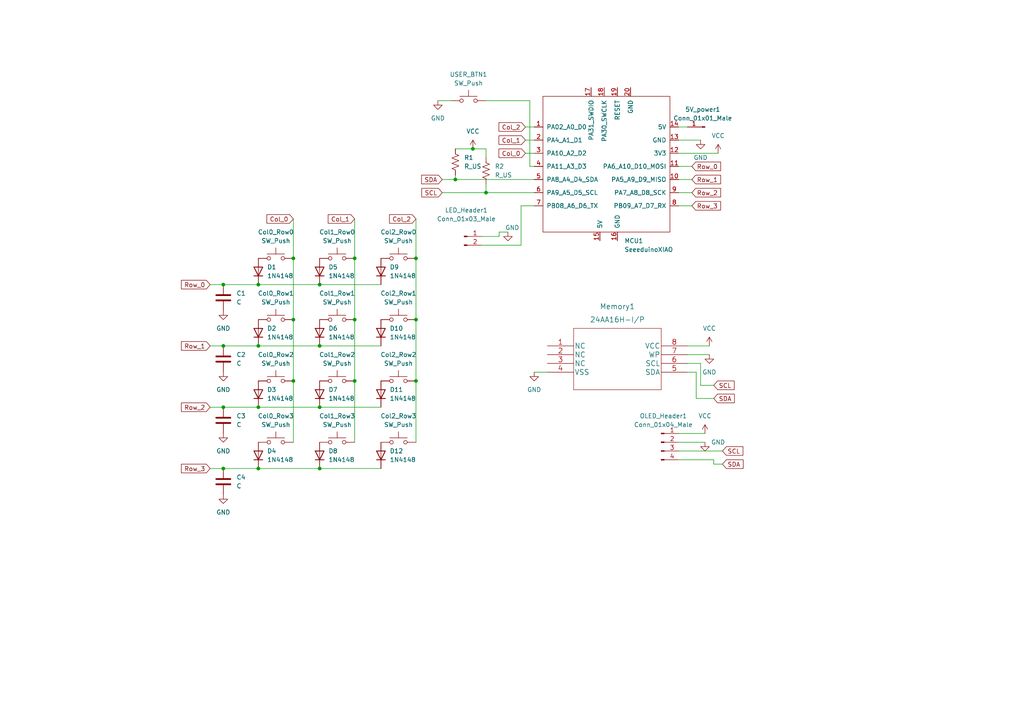
<source format=kicad_sch>
(kicad_sch (version 20211123) (generator eeschema)
  (paper "A4")
  (lib_symbols
    (symbol "Connector:Conn_01x01_Male" (pin_names (offset 1.016) hide)
      (property "Reference" "J" (at 0 2.54 0))
      (property "Value" "Conn_01x01_Male" (at 0 -2.54 0))
      (symbol "Conn_01x01_Male_1_1"
        (polyline (pts (xy 1.27 0) (xy 0.8636 0)) (stroke (width 0.1524)))
        (rectangle (start 0.8636 0.127) (end 0 -0.127) (stroke (width 0.1524)) (fill (type outline)))
        (pin passive line (at 5.08 0 180) (length 3.81) (name "Pin_1") (number "1"))
      )
    )
    (symbol "Connector:Conn_01x02_Male" (pin_names (offset 1.016) hide)
      (property "Reference" "J" (at 0 2.54 0))
      (property "Value" "Conn_01x02_Male" (at 0 -5.08 0))
      (symbol "Conn_01x02_Male_1_1"
        (polyline (pts (xy 1.27 -2.54) (xy 0.8636 -2.54)) (stroke (width 0.1524)))
        (polyline (pts (xy 1.27 0) (xy 0.8636 0)) (stroke (width 0.1524)))
        (rectangle (start 0.8636 -2.413) (end 0 -2.667) (stroke (width 0.1524)) (fill (type outline)))
        (rectangle (start 0.8636 0.127) (end 0 -0.127) (stroke (width 0.1524)) (fill (type outline)))
        (pin passive line (at 5.08 0 180) (length 3.81) (name "Pin_1") (number "1"))
        (pin passive line (at 5.08 -2.54 180) (length 3.81) (name "Pin_2") (number "2"))
      )
    )
    (symbol "Connector:Conn_01x04_Male" (pin_names (offset 1.016) hide)
      (property "Reference" "J" (at 0 5.08 0))
      (property "Value" "Conn_01x04_Male" (at 0 -7.62 0))
      (symbol "Conn_01x04_Male_1_1"
        (polyline (pts (xy 1.27 -5.08) (xy 0.8636 -5.08)) (stroke (width 0.1524)))
        (polyline (pts (xy 1.27 -2.54) (xy 0.8636 -2.54)) (stroke (width 0.1524)))
        (polyline (pts (xy 1.27 0) (xy 0.8636 0)) (stroke (width 0.1524)))
        (polyline (pts (xy 1.27 2.54) (xy 0.8636 2.54)) (stroke (width 0.1524)))
        (rectangle (start 0.8636 -4.953) (end 0 -5.207) (stroke (width 0.1524)) (fill (type outline)))
        (rectangle (start 0.8636 -2.413) (end 0 -2.667) (stroke (width 0.1524)) (fill (type outline)))
        (rectangle (start 0.8636 0.127) (end 0 -0.127) (stroke (width 0.1524)) (fill (type outline)))
        (rectangle (start 0.8636 2.667) (end 0 2.413) (stroke (width 0.1524)) (fill (type outline)))
        (pin passive line (at 5.08 2.54 180) (length 3.81) (name "Pin_1") (number "1"))
        (pin passive line (at 5.08 0 180) (length 3.81) (name "Pin_2") (number "2"))
        (pin passive line (at 5.08 -2.54 180) (length 3.81) (name "Pin_3") (number "3"))
        (pin passive line (at 5.08 -5.08 180) (length 3.81) (name "Pin_4") (number "4"))
      )
    )
    (symbol "Device:C" (pin_numbers hide) (pin_names (offset 0.254))
      (property "Reference" "C" (at 0.635 2.54 0))
      (property "Value" "C" (at 0.635 -2.54 0))
      (symbol "C_0_1"
        (polyline (pts (xy -2.032 -0.762) (xy 2.032 -0.762)) (stroke (width 0.508)))
        (polyline (pts (xy -2.032 0.762) (xy 2.032 0.762)) (stroke (width 0.508)))
      )
      (symbol "C_1_1"
        (pin passive line (at 0 3.81 270) (length 2.794) (name "~") (number "1"))
        (pin passive line (at 0 -3.81 90) (length 2.794) (name "~") (number "2"))
      )
    )
    (symbol "Device:R_US" (pin_numbers hide) (pin_names (offset 0))
      (property "Reference" "R" (at 2.54 0 90))
      (property "Value" "R_US" (at -2.54 0 90))
      (symbol "R_US_0_1"
        (polyline (pts (xy 0 -2.286) (xy 0 -2.54)))
        (polyline (pts (xy 0 2.286) (xy 0 2.54)))
        (polyline (pts (xy 0 -0.762) (xy 1.016 -1.143) (xy 0 -1.524) (xy -1.016 -1.905) (xy 0 -2.286)))
        (polyline (pts (xy 0 0.762) (xy 1.016 0.381) (xy 0 0) (xy -1.016 -0.381) (xy 0 -0.762)))
        (polyline (pts (xy 0 2.286) (xy 1.016 1.905) (xy 0 1.524) (xy -1.016 1.143) (xy 0 0.762)))
      )
      (symbol "R_US_1_1"
        (pin passive line (at 0 3.81 270) (length 1.27) (name "~") (number "1"))
        (pin passive line (at 0 -3.81 90) (length 1.27) (name "~") (number "2"))
      )
    )
    (symbol "Diode:1N4148" (pin_numbers hide) (pin_names (offset 1.016) hide)
      (property "Reference" "D" (at 0 2.54 0))
      (property "Value" "1N4148" (at 0 -2.54 0))
      (symbol "1N4148_0_1"
        (polyline (pts (xy -1.27 1.27) (xy -1.27 -1.27)) (stroke (width 0.254)))
        (polyline (pts (xy 1.27 0) (xy -1.27 0)))
        (polyline (pts (xy 1.27 1.27) (xy 1.27 -1.27) (xy -1.27 0) (xy 1.27 1.27)) (stroke (width 0.254)))
      )
      (symbol "1N4148_1_1"
        (pin passive line (at -3.81 0 0) (length 2.54) (name "K") (number "1"))
        (pin passive line (at 3.81 0 180) (length 2.54) (name "A") (number "2"))
      )
    )
    (symbol "Memory_EEPROM_local:24AA16H-I{slash}P" (pin_names (offset 0.254))
      (property "Reference" "U" (at 20.32 10.16 0))
      (property "Value" "24AA16H-I{slash}P" (at 20.32 7.62 0))
      (symbol "24AA16H-I{slash}P_1_1"
        (polyline (pts (xy 7.62 -12.7) (xy 33.02 -12.7)) (stroke (width 0.127)))
        (polyline (pts (xy 7.62 5.08) (xy 7.62 -12.7)) (stroke (width 0.127)))
        (polyline (pts (xy 33.02 -12.7) (xy 33.02 5.08)) (stroke (width 0.127)))
        (polyline (pts (xy 33.02 5.08) (xy 7.62 5.08)) (stroke (width 0.127)))
        (pin unspecified line (at 0 0 0) (length 7.62) (name "NC") (number "1"))
        (pin unspecified line (at 0 -2.54 0) (length 7.62) (name "NC") (number "2"))
        (pin unspecified line (at 0 -5.08 0) (length 7.62) (name "NC") (number "3"))
        (pin unspecified line (at 0 -7.62 0) (length 7.62) (name "VSS") (number "4"))
        (pin unspecified line (at 40.64 -7.62 180) (length 7.62) (name "SDA") (number "5"))
        (pin unspecified line (at 40.64 -5.08 180) (length 7.62) (name "SCL") (number "6"))
        (pin unspecified line (at 40.64 -2.54 180) (length 7.62) (name "WP") (number "7"))
        (pin unspecified line (at 40.64 0 180) (length 7.62) (name "VCC") (number "8"))
      )
    )
    (symbol "Seeeduino Xiao:SeeeduinoXIAO" (pin_names (offset 1.016))
      (property "Reference" "U" (at -19.05 22.86 0))
      (property "Value" "SeeeduinoXIAO" (at -12.7 21.59 0))
      (symbol "SeeeduinoXIAO_0_1"
        (rectangle (start -19.05 20.32) (end 17.78 -19.05))
      )
      (symbol "SeeeduinoXIAO_1_1"
        (pin unspecified line (at -21.59 11.43 0) (length 2.54) (name "PA02_A0_D0") (number "1"))
        (pin unspecified line (at 20.32 -3.81 180) (length 2.54) (name "PA5_A9_D9_MISO") (number "10"))
        (pin unspecified line (at 20.32 0 180) (length 2.54) (name "PA6_A10_D10_MOSI") (number "11"))
        (pin unspecified line (at 20.32 3.81 180) (length 2.54) (name "3V3") (number "12"))
        (pin unspecified line (at 20.32 7.62 180) (length 2.54) (name "GND") (number "13"))
        (pin unspecified line (at 20.32 11.43 180) (length 2.54) (name "5V") (number "14"))
        (pin input line (at -2.54 -21.59 90) (length 2.54) (name "5V") (number "15"))
        (pin input line (at 2.54 -21.59 90) (length 2.54) (name "GND") (number "16"))
        (pin input line (at -5.08 22.86 270) (length 2.54) (name "PA31_SWDIO") (number "17"))
        (pin input line (at -1.27 22.86 270) (length 2.54) (name "PA30_SWCLK") (number "18"))
        (pin input line (at 2.54 22.86 270) (length 2.54) (name "RESET") (number "19"))
        (pin unspecified line (at -21.59 7.62 0) (length 2.54) (name "PA4_A1_D1") (number "2"))
        (pin input line (at 6.35 22.86 270) (length 2.54) (name "GND") (number "20"))
        (pin unspecified line (at -21.59 3.81 0) (length 2.54) (name "PA10_A2_D2") (number "3"))
        (pin unspecified line (at -21.59 0 0) (length 2.54) (name "PA11_A3_D3") (number "4"))
        (pin unspecified line (at -21.59 -3.81 0) (length 2.54) (name "PA8_A4_D4_SDA") (number "5"))
        (pin unspecified line (at -21.59 -7.62 0) (length 2.54) (name "PA9_A5_D5_SCL") (number "6"))
        (pin unspecified line (at -21.59 -11.43 0) (length 2.54) (name "PB08_A6_D6_TX") (number "7"))
        (pin unspecified line (at 20.32 -11.43 180) (length 2.54) (name "PB09_A7_D7_RX") (number "8"))
        (pin unspecified line (at 20.32 -7.62 180) (length 2.54) (name "PA7_A8_D8_SCK") (number "9"))
      )
    )
    (symbol "Switch:SW_Push" (pin_numbers hide) (pin_names (offset 1.016) hide)
      (property "Reference" "SW" (at 1.27 2.54 0))
      (property "Value" "SW_Push" (at 0 -1.524 0))
      (symbol "SW_Push_0_1"
        (circle (center -2.032 0) (radius 0.508))
        (polyline (pts (xy 0 1.27) (xy 0 3.048)))
        (polyline (pts (xy 2.54 1.27) (xy -2.54 1.27)))
        (circle (center 2.032 0) (radius 0.508))
        (pin passive line (at -5.08 0 0) (length 2.54) (name "1") (number "1"))
        (pin passive line (at 5.08 0 180) (length 2.54) (name "2") (number "2"))
      )
    )
    (symbol "power:GND" (power) (pin_names (offset 0))
      (property "Value" "GND" (at 0 -3.81 0))
      (symbol "GND_0_1"
        (polyline (pts (xy 0 0) (xy 0 -1.27) (xy 1.27 -1.27) (xy 0 -2.54) (xy -1.27 -1.27) (xy 0 -1.27)))
      )
      (symbol "GND_1_1"
        (pin power_in line (at 0 0 270) (length 0) hide (name "GND") (number "1"))
      )
    )
    (symbol "power:VCC" (power) (pin_names (offset 0))
      (property "Value" "VCC" (at 0 3.81 0))
      (symbol "VCC_0_1"
        (polyline (pts (xy -0.762 1.27) (xy 0 2.54)))
        (polyline (pts (xy 0 0) (xy 0 2.54)))
        (polyline (pts (xy 0 2.54) (xy 0.762 1.27)))
      )
      (symbol "VCC_1_1"
        (pin power_in line (at 0 0 90) (length 0) hide (name "VCC") (number "1"))
      )
    )
  )
  (junction (at 64.77 118.11))
  (junction (at 92.71 118.11))
  (junction (at 85.09 110.49))
  (junction (at 85.09 74.93))
  (junction (at 85.09 92.71))
  (junction (at 74.93 100.33))
  (junction (at 64.77 135.89))
  (junction (at 102.87 74.93))
  (junction (at 64.77 82.55))
  (junction (at 102.87 110.49))
  (junction (at 74.93 82.55))
  (junction (at 140.97 55.88))
  (junction (at 137.16 43.18))
  (junction (at 120.65 110.49))
  (junction (at 120.65 74.93))
  (junction (at 132.08 52.07))
  (junction (at 92.71 100.33))
  (junction (at 92.71 135.89))
  (junction (at 92.71 82.55))
  (junction (at 74.93 118.11))
  (junction (at 64.77 100.33))
  (junction (at 102.87 92.71))
  (junction (at 120.65 92.71))
  (junction (at 74.93 135.89))
  (wire (pts (xy 120.65 74.93) (xy 120.65 92.71)))
  (wire (pts (xy 74.93 135.89) (xy 92.71 135.89)))
  (wire (pts (xy 196.85 125.73) (xy 204.47 125.73)))
  (wire (pts (xy 132.08 52.07) (xy 154.94 52.07)))
  (wire (pts (xy 207.01 111.76) (xy 203.2 111.76)))
  (wire (pts (xy 128.27 55.88) (xy 140.97 55.88)))
  (wire (pts (xy 60.96 135.89) (xy 64.77 135.89)))
  (wire (pts (xy 60.96 82.55) (xy 64.77 82.55)))
  (wire (pts (xy 196.85 48.26) (xy 200.66 48.26)))
  (wire (pts (xy 151.13 59.69) (xy 154.94 59.69)))
  (wire (pts (xy 92.71 100.33) (xy 110.49 100.33)))
  (wire (pts (xy 203.2 105.41) (xy 199.39 105.41)))
  (wire (pts (xy 74.93 82.55) (xy 92.71 82.55)))
  (wire (pts (xy 64.77 118.11) (xy 74.93 118.11)))
  (wire (pts (xy 153.67 29.21) (xy 153.67 48.26)))
  (wire (pts (xy 196.85 133.35) (xy 207.01 133.35)))
  (wire (pts (xy 152.4 40.64) (xy 154.94 40.64)))
  (wire (pts (xy 196.85 130.81) (xy 209.55 130.81)))
  (wire (pts (xy 199.39 100.33) (xy 205.74 100.33)))
  (wire (pts (xy 92.71 82.55) (xy 110.49 82.55)))
  (wire (pts (xy 74.93 118.11) (xy 92.71 118.11)))
  (wire (pts (xy 144.78 68.58) (xy 144.78 67.31)))
  (wire (pts (xy 207.01 134.62) (xy 209.55 134.62)))
  (wire (pts (xy 201.93 115.57) (xy 207.01 115.57)))
  (wire (pts (xy 128.27 52.07) (xy 132.08 52.07)))
  (wire (pts (xy 196.85 55.88) (xy 200.66 55.88)))
  (wire (pts (xy 196.85 40.64) (xy 203.2 40.64)))
  (wire (pts (xy 92.71 118.11) (xy 110.49 118.11)))
  (wire (pts (xy 85.09 63.5) (xy 85.09 74.93)))
  (wire (pts (xy 196.85 36.83) (xy 199.39 36.83)))
  (wire (pts (xy 85.09 74.93) (xy 85.09 92.71)))
  (wire (pts (xy 102.87 92.71) (xy 102.87 110.49)))
  (wire (pts (xy 196.85 52.07) (xy 200.66 52.07)))
  (wire (pts (xy 120.65 63.5) (xy 120.65 74.93)))
  (wire (pts (xy 207.01 133.35) (xy 207.01 134.62)))
  (wire (pts (xy 139.7 71.12) (xy 151.13 71.12)))
  (wire (pts (xy 64.77 100.33) (xy 74.93 100.33)))
  (wire (pts (xy 201.93 107.95) (xy 201.93 115.57)))
  (wire (pts (xy 139.7 68.58) (xy 144.78 68.58)))
  (wire (pts (xy 196.85 128.27) (xy 204.47 128.27)))
  (wire (pts (xy 144.78 67.31) (xy 147.32 67.31)))
  (wire (pts (xy 140.97 53.34) (xy 140.97 55.88)))
  (wire (pts (xy 140.97 45.72) (xy 140.97 43.18)))
  (wire (pts (xy 196.85 59.69) (xy 200.66 59.69)))
  (wire (pts (xy 151.13 59.69) (xy 151.13 71.12)))
  (wire (pts (xy 64.77 135.89) (xy 74.93 135.89)))
  (wire (pts (xy 132.08 50.8) (xy 132.08 52.07)))
  (wire (pts (xy 199.39 102.87) (xy 205.74 102.87)))
  (wire (pts (xy 102.87 110.49) (xy 102.87 128.27)))
  (wire (pts (xy 120.65 92.71) (xy 120.65 110.49)))
  (wire (pts (xy 60.96 100.33) (xy 64.77 100.33)))
  (wire (pts (xy 85.09 110.49) (xy 85.09 128.27)))
  (wire (pts (xy 74.93 100.33) (xy 92.71 100.33)))
  (wire (pts (xy 92.71 135.89) (xy 110.49 135.89)))
  (wire (pts (xy 127 29.21) (xy 130.81 29.21)))
  (wire (pts (xy 140.97 55.88) (xy 154.94 55.88)))
  (wire (pts (xy 152.4 36.83) (xy 154.94 36.83)))
  (wire (pts (xy 153.67 48.26) (xy 154.94 48.26)))
  (wire (pts (xy 140.97 43.18) (xy 137.16 43.18)))
  (wire (pts (xy 196.85 44.45) (xy 208.28 44.45)))
  (wire (pts (xy 152.4 44.45) (xy 154.94 44.45)))
  (wire (pts (xy 102.87 63.5) (xy 102.87 74.93)))
  (wire (pts (xy 199.39 107.95) (xy 201.93 107.95)))
  (wire (pts (xy 120.65 110.49) (xy 120.65 128.27)))
  (wire (pts (xy 132.08 43.18) (xy 137.16 43.18)))
  (wire (pts (xy 154.94 107.95) (xy 158.75 107.95)))
  (wire (pts (xy 85.09 92.71) (xy 85.09 110.49)))
  (wire (pts (xy 102.87 74.93) (xy 102.87 92.71)))
  (wire (pts (xy 203.2 111.76) (xy 203.2 105.41)))
  (wire (pts (xy 60.96 118.11) (xy 64.77 118.11)))
  (wire (pts (xy 140.97 29.21) (xy 153.67 29.21)))
  (wire (pts (xy 64.77 82.55) (xy 74.93 82.55)))
  (global_label "Row_0" (shape input) (at 200.66 48.26 0) (property "Intersheet References" "${INTERSHEET_REFS}" (effects hide)))
  (global_label "Row_3" (shape input) (at 200.66 59.69 0) (property "Intersheet References" "${INTERSHEET_REFS}" (effects hide)))
  (global_label "Col_0" (shape input) (at 85.09 63.5 180) (property "Intersheet References" "${INTERSHEET_REFS}" (effects hide)))
  (global_label "Row_0" (shape input) (at 60.96 82.55 180) (property "Intersheet References" "${INTERSHEET_REFS}" (effects hide)))
  (global_label "Row_1" (shape input) (at 60.96 100.33 180) (property "Intersheet References" "${INTERSHEET_REFS}" (effects hide)))
  (global_label "Col_2" (shape input) (at 152.4 36.83 180) (property "Intersheet References" "${INTERSHEET_REFS}" (effects hide)))
  (global_label "Row_2" (shape input) (at 60.96 118.11 180) (property "Intersheet References" "${INTERSHEET_REFS}" (effects hide)))
  (global_label "Row_2" (shape input) (at 200.66 55.88 0) (property "Intersheet References" "${INTERSHEET_REFS}" (effects hide)))
  (global_label "Col_0" (shape input) (at 152.4 44.45 180) (property "Intersheet References" "${INTERSHEET_REFS}" (effects hide)))
  (global_label "SCL" (shape input) (at 207.01 111.76 0) (property "Intersheet References" "${INTERSHEET_REFS}" (effects hide)))
  (global_label "SCL" (shape input) (at 209.55 130.81 0) (property "Intersheet References" "${INTERSHEET_REFS}" (effects hide)))
  (global_label "Row_3" (shape input) (at 60.96 135.89 180) (property "Intersheet References" "${INTERSHEET_REFS}" (effects hide)))
  (global_label "SDA" (shape input) (at 207.01 115.57 0) (property "Intersheet References" "${INTERSHEET_REFS}" (effects hide)))
  (global_label "SDA" (shape input) (at 128.27 52.07 180) (property "Intersheet References" "${INTERSHEET_REFS}" (effects hide)))
  (global_label "SDA" (shape input) (at 209.55 134.62 0) (property "Intersheet References" "${INTERSHEET_REFS}" (effects hide)))
  (global_label "SCL" (shape input) (at 128.27 55.88 180) (property "Intersheet References" "${INTERSHEET_REFS}" (effects hide)))
  (global_label "Col_1" (shape input) (at 152.4 40.64 180) (property "Intersheet References" "${INTERSHEET_REFS}" (effects hide)))
  (global_label "Col_1" (shape input) (at 102.87 63.5 180) (property "Intersheet References" "${INTERSHEET_REFS}" (effects hide)))
  (global_label "Row_1" (shape input) (at 200.66 52.07 0) (property "Intersheet References" "${INTERSHEET_REFS}" (effects hide)))
  (global_label "Col_2" (shape input) (at 120.65 63.5 180) (property "Intersheet References" "${INTERSHEET_REFS}" (effects hide)))
  (symbol (lib_id "Diode:1N4148") (at 92.71 96.52 90) (unit 1)
    (property "Reference" "D6" (at 95.25 95.2499 90) (effects (justify right)))
    (property "Value" "1N4148" (at 95.25 97.7899 90) (effects (justify right)))
    (property "Footprint" "Diode_THT:D_DO-35_SOD27_P7.62mm_Horizontal" (effects hide))
    (property "Datasheet" "https://assets.nexperia.com/documents/data-sheet/1N4148_1N4448.pdf" (effects hide))
  )
  (symbol (lib_id "Device:C") (at 64.77 121.92 0) (unit 1)
    (property "Reference" "C3" (at 68.58 120.6499 0) (effects (justify left)))
    (property "Value" "C" (at 68.58 123.1899 0) (effects (justify left)))
    (property "Footprint" "Capacitor_THT:CP_Radial_D8.0mm_P3.80mm" (effects hide))
  )
  (symbol (lib_id "Seeeduino Xiao:SeeeduinoXIAO") (at 176.53 48.26 0) (unit 1)
    (property "Reference" "MCU1" (at 181.0894 69.85 0) (effects (justify left)))
    (property "Value" "SeeeduinoXIAO" (at 181.0894 72.39 0) (effects (justify left)))
    (property "Footprint" "Seeeduino Xiao:Seeeduino XIAO-MOUDLE14P-2.54-21X17.8MM" (effects hide))
  )
  (symbol (lib_id "Switch:SW_Push") (at 115.57 74.93 0) (unit 1)
    (property "Reference" "Col2_Row0" (at 115.57 67.31 0))
    (property "Value" "SW_Push" (at 115.57 69.85 0))
    (property "Footprint" "LocalModdedFootprints:SW_Cherry_MX_1.00u_LEDHOLE" (effects hide))
  )
  (symbol (lib_id "Device:R_US") (at 140.97 49.53 0) (unit 1)
    (property "Reference" "R2" (at 143.51 48.2599 0) (effects (justify left)))
    (property "Value" "R_US" (at 143.51 50.7999 0) (effects (justify left)))
    (property "Footprint" "Resistor_THT:R_Axial_DIN0204_L3.6mm_D1.6mm_P7.62mm_Horizontal" (effects hide))
  )
  (symbol (lib_id "power:VCC") (at 208.28 44.45 0) (unit 1)
    (property "Reference" "#PWR0113" (effects hide))
    (property "Value" "VCC" (at 208.28 39.37 0))
  )
  (symbol (lib_id "power:VCC") (at 204.47 125.73 0) (unit 1)
    (property "Reference" "#PWR0111" (effects hide))
    (property "Value" "VCC" (at 204.47 120.65 0))
  )
  (symbol (lib_id "Switch:SW_Push") (at 80.01 110.49 0) (unit 1)
    (property "Reference" "Col0_Row2" (at 80.01 102.87 0))
    (property "Value" "SW_Push" (at 80.01 105.41 0))
    (property "Footprint" "LocalModdedFootprints:SW_Cherry_MX_1.00u_LEDHOLE" (effects hide))
  )
  (symbol (lib_id "power:VCC") (at 205.74 100.33 0) (unit 1)
    (property "Reference" "#PWR0110" (effects hide))
    (property "Value" "VCC" (at 205.74 95.25 0))
  )
  (symbol (lib_id "power:GND") (at 154.94 107.95 0) (unit 1)
    (property "Reference" "#PWR0115" (effects hide))
    (property "Value" "GND" (at 154.94 113.03 0))
  )
  (symbol (lib_id "Diode:1N4148") (at 74.93 114.3 90) (unit 1)
    (property "Reference" "D3" (at 77.47 113.0299 90) (effects (justify right)))
    (property "Value" "1N4148" (at 77.47 115.5699 90) (effects (justify right)))
    (property "Footprint" "Diode_THT:D_DO-35_SOD27_P7.62mm_Horizontal" (effects hide))
    (property "Datasheet" "https://assets.nexperia.com/documents/data-sheet/1N4148_1N4448.pdf" (effects hide))
  )
  (symbol (lib_id "Switch:SW_Push") (at 80.01 74.93 0) (unit 1)
    (property "Reference" "Col0_Row0" (at 80.01 67.31 0))
    (property "Value" "SW_Push" (at 80.01 69.85 0))
    (property "Footprint" "LocalModdedFootprints:SW_Cherry_MX_1.00u_LEDHOLE" (effects hide))
  )
  (symbol (lib_id "Memory_EEPROM_local:24AA16H-I{slash}P") (at 158.75 100.33 0) (unit 1)
    (property "Reference" "Memory1" (at 179.07 88.9 0) (effects (font (size 1.524 1.524))))
    (property "Value" "24AA16H-I/P" (at 179.07 92.71 0) (effects (font (size 1.524 1.524))))
    (property "Footprint" "Memory_EEPROM_local:24AA16H-I&slash_P" (effects hide))
  )
  (symbol (lib_id "Switch:SW_Push") (at 97.79 74.93 0) (unit 1)
    (property "Reference" "Col1_Row0" (at 97.79 67.31 0))
    (property "Value" "SW_Push" (at 97.79 69.85 0))
    (property "Footprint" "LocalModdedFootprints:SW_Cherry_MX_1.00u_LEDHOLE" (effects hide))
  )
  (symbol (lib_id "Diode:1N4148") (at 92.71 78.74 90) (unit 1)
    (property "Reference" "D5" (at 95.25 77.4699 90) (effects (justify right)))
    (property "Value" "1N4148" (at 95.25 80.0099 90) (effects (justify right)))
    (property "Footprint" "Diode_THT:D_DO-35_SOD27_P7.62mm_Horizontal" (effects hide))
    (property "Datasheet" "https://assets.nexperia.com/documents/data-sheet/1N4148_1N4448.pdf" (effects hide))
  )
  (symbol (lib_id "Device:C") (at 64.77 86.36 0) (unit 1)
    (property "Reference" "C1" (at 68.58 85.0899 0) (effects (justify left)))
    (property "Value" "C" (at 68.58 87.6299 0) (effects (justify left)))
    (property "Footprint" "Capacitor_THT:CP_Radial_D8.0mm_P3.80mm" (effects hide))
  )
  (symbol (lib_id "power:GND") (at 127 29.21 0) (unit 1)
    (property "Reference" "#PWR0106" (effects hide))
    (property "Value" "GND" (at 127 34.29 0))
  )
  (symbol (lib_id "Diode:1N4148") (at 110.49 96.52 90) (unit 1)
    (property "Reference" "D10" (at 113.03 95.2499 90) (effects (justify right)))
    (property "Value" "1N4148" (at 113.03 97.7899 90) (effects (justify right)))
    (property "Footprint" "Diode_THT:D_DO-35_SOD27_P7.62mm_Horizontal" (effects hide))
    (property "Datasheet" "https://assets.nexperia.com/documents/data-sheet/1N4148_1N4448.pdf" (effects hide))
  )
  (symbol (lib_id "Switch:SW_Push") (at 80.01 128.27 0) (unit 1)
    (property "Reference" "Col0_Row3" (at 80.01 120.65 0))
    (property "Value" "SW_Push" (at 80.01 123.19 0))
    (property "Footprint" "LocalModdedFootprints:SW_Cherry_MX_1.00u_LEDHOLE" (effects hide))
  )
  (symbol (lib_id "Device:C") (at 64.77 104.14 0) (unit 1)
    (property "Reference" "C2" (at 68.58 102.8699 0) (effects (justify left)))
    (property "Value" "C" (at 68.58 105.4099 0) (effects (justify left)))
    (property "Footprint" "Capacitor_THT:CP_Radial_D8.0mm_P3.80mm" (effects hide))
  )
  (symbol (lib_id "power:GND") (at 64.77 125.73 0) (unit 1)
    (property "Reference" "#PWR0103" (effects hide))
    (property "Value" "GND" (at 64.77 130.81 0))
  )
  (symbol (lib_id "power:GND") (at 203.2 40.64 0) (unit 1)
    (property "Reference" "#PWR0114" (effects hide))
    (property "Value" "GND" (at 203.2 45.72 0))
  )
  (symbol (lib_id "power:VCC") (at 137.16 43.18 0) (unit 1)
    (property "Reference" "#PWR0105" (effects hide))
    (property "Value" "VCC" (at 137.16 38.1 0))
  )
  (symbol (lib_id "Diode:1N4148") (at 92.71 132.08 90) (unit 1)
    (property "Reference" "D8" (at 95.25 130.8099 90) (effects (justify right)))
    (property "Value" "1N4148" (at 95.25 133.3499 90) (effects (justify right)))
    (property "Footprint" "Diode_THT:D_DO-35_SOD27_P7.62mm_Horizontal" (effects hide))
    (property "Datasheet" "https://assets.nexperia.com/documents/data-sheet/1N4148_1N4448.pdf" (effects hide))
  )
  (symbol (lib_id "Diode:1N4148") (at 74.93 132.08 90) (unit 1)
    (property "Reference" "D4" (at 77.47 130.8099 90) (effects (justify right)))
    (property "Value" "1N4148" (at 77.47 133.3499 90) (effects (justify right)))
    (property "Footprint" "Diode_THT:D_DO-35_SOD27_P7.62mm_Horizontal" (effects hide))
    (property "Datasheet" "https://assets.nexperia.com/documents/data-sheet/1N4148_1N4448.pdf" (effects hide))
  )
  (symbol (lib_id "Connector:Conn_01x04_Male") (at 191.77 128.27 0) (unit 1)
    (property "Reference" "OLED_Header1" (at 192.405 120.65 0))
    (property "Value" "Conn_01x04_Male" (at 192.405 123.19 0))
    (property "Footprint" "Connector_PinSocket_2.54mm:PinSocket_1x04_P2.54mm_Vertical" (effects hide))
  )
  (symbol (lib_id "Diode:1N4148") (at 110.49 114.3 90) (unit 1)
    (property "Reference" "D11" (at 113.03 113.0299 90) (effects (justify right)))
    (property "Value" "1N4148" (at 113.03 115.5699 90) (effects (justify right)))
    (property "Footprint" "Diode_THT:D_DO-35_SOD27_P7.62mm_Horizontal" (effects hide))
    (property "Datasheet" "https://assets.nexperia.com/documents/data-sheet/1N4148_1N4448.pdf" (effects hide))
  )
  (symbol (lib_id "Diode:1N4148") (at 74.93 78.74 90) (unit 1)
    (property "Reference" "D1" (at 77.47 77.4699 90) (effects (justify right)))
    (property "Value" "1N4148" (at 77.47 80.0099 90) (effects (justify right)))
    (property "Footprint" "Diode_THT:D_DO-35_SOD27_P7.62mm_Horizontal" (effects hide))
    (property "Datasheet" "https://assets.nexperia.com/documents/data-sheet/1N4148_1N4448.pdf" (effects hide))
  )
  (symbol (lib_id "power:GND") (at 205.74 102.87 0) (unit 1)
    (property "Reference" "#PWR0109" (effects hide))
    (property "Value" "GND" (at 205.74 107.95 0))
  )
  (symbol (lib_id "Switch:SW_Push") (at 97.79 110.49 0) (unit 1)
    (property "Reference" "Col1_Row2" (at 97.79 102.87 0))
    (property "Value" "SW_Push" (at 97.79 105.41 0))
    (property "Footprint" "LocalModdedFootprints:SW_Cherry_MX_1.00u_LEDHOLE" (effects hide))
  )
  (symbol (lib_id "Diode:1N4148") (at 110.49 132.08 90) (unit 1)
    (property "Reference" "D12" (at 113.03 130.8099 90) (effects (justify right)))
    (property "Value" "1N4148" (at 113.03 133.3499 90) (effects (justify right)))
    (property "Footprint" "Diode_THT:D_DO-35_SOD27_P7.62mm_Horizontal" (effects hide))
    (property "Datasheet" "https://assets.nexperia.com/documents/data-sheet/1N4148_1N4448.pdf" (effects hide))
  )
  (symbol (lib_id "Switch:SW_Push") (at 97.79 128.27 0) (unit 1)
    (property "Reference" "Col1_Row3" (at 97.79 120.65 0))
    (property "Value" "SW_Push" (at 97.79 123.19 0))
    (property "Footprint" "LocalModdedFootprints:SW_Cherry_MX_1.00u_LEDHOLE" (effects hide))
  )
  (symbol (lib_id "power:GND") (at 64.77 143.51 0) (unit 1)
    (property "Reference" "#PWR0104" (effects hide))
    (property "Value" "GND" (at 64.77 148.59 0))
  )
  (symbol (lib_id "Diode:1N4148") (at 92.71 114.3 90) (unit 1)
    (property "Reference" "D7" (at 95.25 113.0299 90) (effects (justify right)))
    (property "Value" "1N4148" (at 95.25 115.5699 90) (effects (justify right)))
    (property "Footprint" "Diode_THT:D_DO-35_SOD27_P7.62mm_Horizontal" (effects hide))
    (property "Datasheet" "https://assets.nexperia.com/documents/data-sheet/1N4148_1N4448.pdf" (effects hide))
  )
  (symbol (lib_id "Connector:Conn_01x02_Male") (at 134.62 68.58 0) (unit 1)
    (property "Reference" "LED_Header1" (at 135.255 60.96 0))
    (property "Value" "Conn_01x03_Male" (at 135.255 63.5 0))
    (property "Footprint" "Connector_PinHeader_2.54mm:PinHeader_1x02_P2.54mm_Vertical" (effects hide))
  )
  (symbol (lib_id "Switch:SW_Push") (at 135.89 29.21 0) (unit 1)
    (property "Reference" "USER_BTN1" (at 135.89 21.59 0))
    (property "Value" "SW_Push" (at 135.89 24.13 0))
    (property "Footprint" "Connector_PinSocket_2.54mm:PinSocket_1x02_P2.54mm_Vertical" (effects hide))
  )
  (symbol (lib_id "power:GND") (at 64.77 107.95 0) (unit 1)
    (property "Reference" "#PWR0102" (effects hide))
    (property "Value" "GND" (at 64.77 113.03 0))
  )
  (symbol (lib_id "Diode:1N4148") (at 110.49 78.74 90) (unit 1)
    (property "Reference" "D9" (at 113.03 77.4699 90) (effects (justify right)))
    (property "Value" "1N4148" (at 113.03 80.0099 90) (effects (justify right)))
    (property "Footprint" "Diode_THT:D_DO-35_SOD27_P7.62mm_Horizontal" (effects hide))
    (property "Datasheet" "https://assets.nexperia.com/documents/data-sheet/1N4148_1N4448.pdf" (effects hide))
  )
  (symbol (lib_id "power:GND") (at 64.77 90.17 0) (unit 1)
    (property "Reference" "#PWR0101" (effects hide))
    (property "Value" "GND" (at 64.77 95.25 0))
  )
  (symbol (lib_id "Diode:1N4148") (at 74.93 96.52 90) (unit 1)
    (property "Reference" "D2" (at 77.47 95.2499 90) (effects (justify right)))
    (property "Value" "1N4148" (at 77.47 97.7899 90) (effects (justify right)))
    (property "Footprint" "Diode_THT:D_DO-35_SOD27_P7.62mm_Horizontal" (effects hide))
    (property "Datasheet" "https://assets.nexperia.com/documents/data-sheet/1N4148_1N4448.pdf" (effects hide))
  )
  (symbol (lib_id "Switch:SW_Push") (at 97.79 92.71 0) (unit 1)
    (property "Reference" "Col1_Row1" (at 97.79 85.09 0))
    (property "Value" "SW_Push" (at 97.79 87.63 0))
    (property "Footprint" "LocalModdedFootprints:SW_Cherry_MX_1.00u_LEDHOLE" (effects hide))
  )
  (symbol (lib_id "Device:R_US") (at 132.08 46.99 0) (unit 1)
    (property "Reference" "R1" (at 134.62 45.7199 0) (effects (justify left)))
    (property "Value" "R_US" (at 134.62 48.2599 0) (effects (justify left)))
    (property "Footprint" "Resistor_THT:R_Axial_DIN0204_L3.6mm_D1.6mm_P7.62mm_Horizontal" (effects hide))
  )
  (symbol (lib_id "power:GND") (at 204.47 128.27 0) (unit 1)
    (property "Reference" "#PWR0112" (effects hide))
    (property "Value" "GND" (at 208.28 128.27 0))
  )
  (symbol (lib_id "Switch:SW_Push") (at 115.57 110.49 0) (unit 1)
    (property "Reference" "Col2_Row2" (at 115.57 102.87 0))
    (property "Value" "SW_Push" (at 115.57 105.41 0))
    (property "Footprint" "LocalModdedFootprints:SW_Cherry_MX_1.00u_LEDHOLE" (effects hide))
  )
  (symbol (lib_id "Device:C") (at 64.77 139.7 0) (unit 1)
    (property "Reference" "C4" (at 68.58 138.4299 0) (effects (justify left)))
    (property "Value" "C" (at 68.58 140.9699 0) (effects (justify left)))
    (property "Footprint" "Capacitor_THT:CP_Radial_D8.0mm_P3.80mm" (effects hide))
  )
  (symbol (lib_id "Switch:SW_Push") (at 115.57 92.71 0) (unit 1)
    (property "Reference" "Col2_Row1" (at 115.57 85.09 0))
    (property "Value" "SW_Push" (at 115.57 87.63 0))
    (property "Footprint" "LocalModdedFootprints:SW_Cherry_MX_1.00u_LEDHOLE" (effects hide))
  )
  (symbol (lib_id "Connector:Conn_01x01_Male") (at 204.47 36.83 180) (unit 1)
    (property "Reference" "5V_power1" (at 203.835 31.75 0))
    (property "Value" "Conn_01x01_Male" (at 203.835 34.29 0))
    (property "Footprint" "Connector_PinHeader_2.54mm:PinHeader_1x01_P2.54mm_Vertical" (effects hide))
  )
  (symbol (lib_id "Switch:SW_Push") (at 115.57 128.27 0) (unit 1)
    (property "Reference" "Col2_Row3" (at 115.57 120.65 0))
    (property "Value" "SW_Push" (at 115.57 123.19 0))
    (property "Footprint" "LocalModdedFootprints:SW_Cherry_MX_1.00u_LEDHOLE" (effects hide))
  )
  (symbol (lib_id "Switch:SW_Push") (at 80.01 92.71 0) (unit 1)
    (property "Reference" "Col0_Row1" (at 80.01 85.09 0))
    (property "Value" "SW_Push" (at 80.01 87.63 0))
    (property "Footprint" "LocalModdedFootprints:SW_Cherry_MX_1.00u_LEDHOLE" (effects hide))
  )
  (symbol (lib_id "power:GND") (at 147.32 67.31 0) (unit 1)
    (property "Reference" "#PWR0108" (effects hide))
    (property "Value" "GND" (at 148.59 66.04 0))
  )
)
</source>
